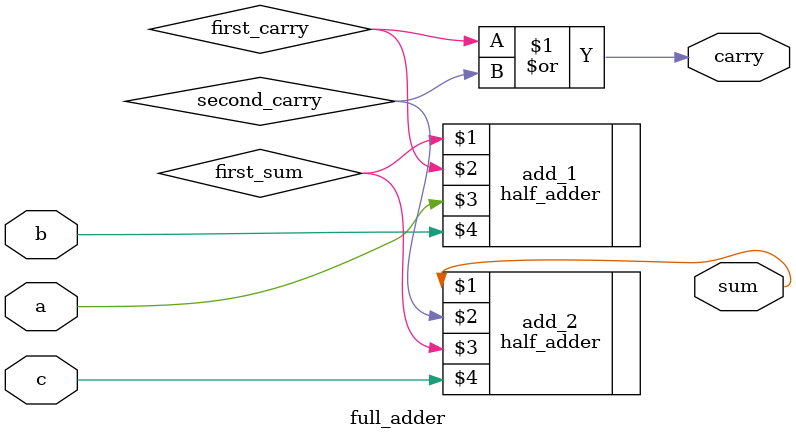
<source format=v>
`include "half_adder.v"

module full_adder(output sum, carry, input a, b, c);
    wire first_sum;
    wire first_carry;
    wire second_carry;

    half_adder add_1(first_sum, first_carry, a, b);

    half_adder add_2(sum, second_carry, first_sum, c);

    assign carry = first_carry | second_carry;
endmodule
</source>
